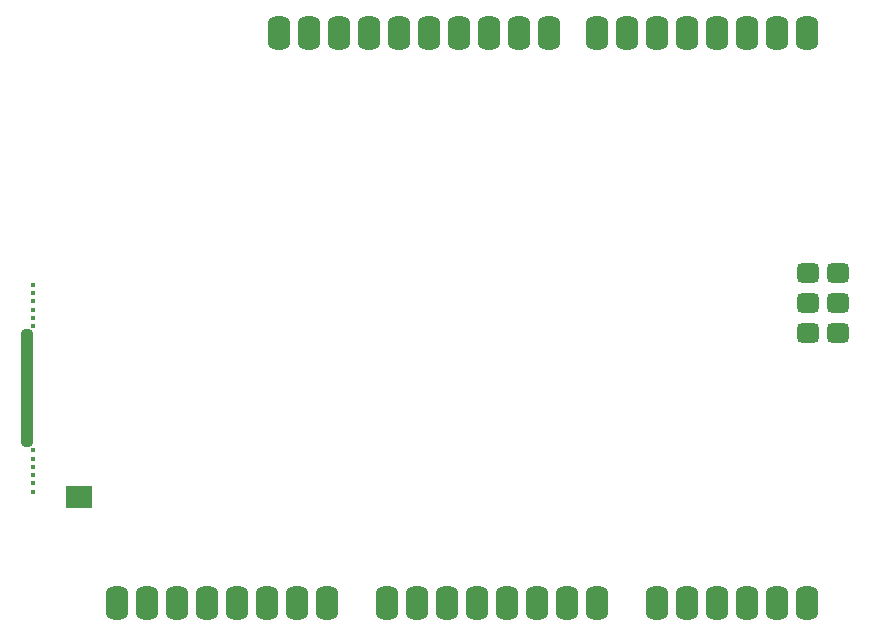
<source format=gbs>
G04*
G04 #@! TF.GenerationSoftware,Altium Limited,Altium Designer,21.1.1 (26)*
G04*
G04 Layer_Color=16711935*
%FSAX44Y44*%
%MOMM*%
G71*
G04*
G04 #@! TF.SameCoordinates,35B4BD9A-10F4-4648-9EF8-68C66FDF8F35*
G04*
G04*
G04 #@! TF.FilePolarity,Negative*
G04*
G01*
G75*
%ADD33R,2.2000X1.8500*%
%ADD58O,1.1000X10.1000*%
%ADD60C,0.4000*%
G04:AMPARAMS|DCode=61|XSize=1.9mm|YSize=1.7mm|CornerRadius=0.45mm|HoleSize=0mm|Usage=FLASHONLY|Rotation=0.000|XOffset=0mm|YOffset=0mm|HoleType=Round|Shape=RoundedRectangle|*
%AMROUNDEDRECTD61*
21,1,1.9000,0.8000,0,0,0.0*
21,1,1.0000,1.7000,0,0,0.0*
1,1,0.9000,0.5000,-0.4000*
1,1,0.9000,-0.5000,-0.4000*
1,1,0.9000,-0.5000,0.4000*
1,1,0.9000,0.5000,0.4000*
%
%ADD61ROUNDEDRECTD61*%
G04:AMPARAMS|DCode=75|XSize=2.9mm|YSize=1.9mm|CornerRadius=0.725mm|HoleSize=0mm|Usage=FLASHONLY|Rotation=90.000|XOffset=0mm|YOffset=0mm|HoleType=Round|Shape=RoundedRectangle|*
%AMROUNDEDRECTD75*
21,1,2.9000,0.4500,0,0,90.0*
21,1,1.4500,1.9000,0,0,90.0*
1,1,1.4500,0.2250,0.7250*
1,1,1.4500,0.2250,-0.7250*
1,1,1.4500,-0.2250,-0.7250*
1,1,1.4500,-0.2250,0.7250*
%
%ADD75ROUNDEDRECTD75*%
D33*
X00188502Y00117752D02*
D03*
D58*
X00145000Y00210000D02*
D03*
D60*
X00150000Y00122500D02*
D03*
Y00129500D02*
D03*
Y00136500D02*
D03*
Y00143500D02*
D03*
Y00150500D02*
D03*
Y00157500D02*
D03*
Y00269500D02*
D03*
Y00276500D02*
D03*
Y00297500D02*
D03*
Y00283500D02*
D03*
Y00290500D02*
D03*
Y00262500D02*
D03*
D61*
X00806443Y00307973D02*
D03*
X00831843D02*
D03*
X00806443Y00282573D02*
D03*
X00831843D02*
D03*
X00806443Y00257173D02*
D03*
X00831843D02*
D03*
D75*
X00398773Y00028573D02*
D03*
X00373373D02*
D03*
X00347973D02*
D03*
X00322573D02*
D03*
X00297173D02*
D03*
X00271773D02*
D03*
X00246373D02*
D03*
X00220973D02*
D03*
X00627373Y00511173D02*
D03*
X00358133D02*
D03*
X00652773D02*
D03*
X00383533D02*
D03*
X00678173D02*
D03*
X00408933D02*
D03*
X00703573D02*
D03*
X00434333D02*
D03*
X00728973D02*
D03*
X00459733D02*
D03*
X00754373D02*
D03*
X00485133D02*
D03*
X00779773D02*
D03*
X00510533D02*
D03*
X00805173D02*
D03*
X00535933D02*
D03*
X00561333D02*
D03*
X00586733D02*
D03*
X00779773Y00028573D02*
D03*
X00805173D02*
D03*
X00449573D02*
D03*
X00474973D02*
D03*
X00500373D02*
D03*
X00525773D02*
D03*
X00551173D02*
D03*
X00576573D02*
D03*
X00601973D02*
D03*
X00627373D02*
D03*
X00678173D02*
D03*
X00703573D02*
D03*
X00728973D02*
D03*
X00754373D02*
D03*
M02*

</source>
